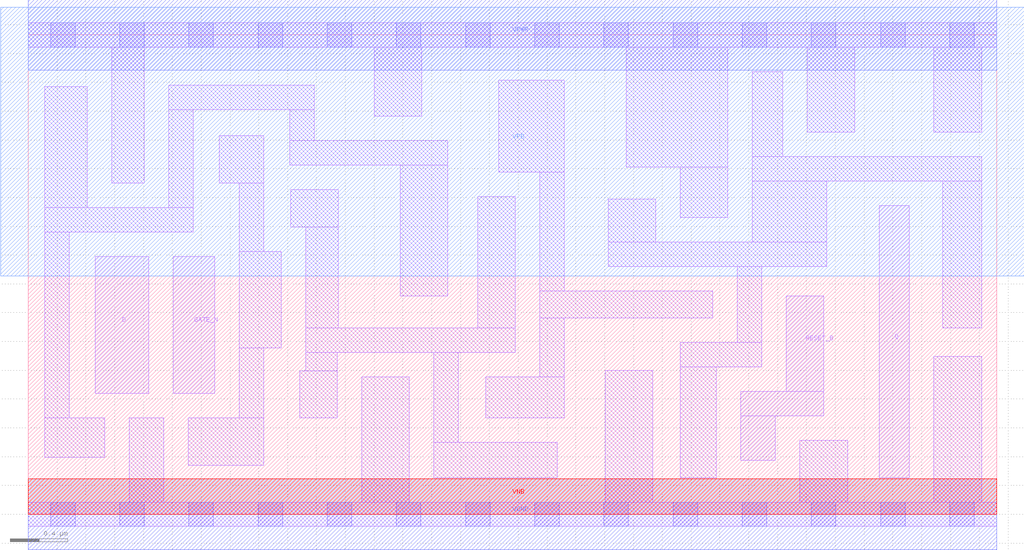
<source format=lef>
# Copyright 2020 The SkyWater PDK Authors
#
# Licensed under the Apache License, Version 2.0 (the "License");
# you may not use this file except in compliance with the License.
# You may obtain a copy of the License at
#
#     https://www.apache.org/licenses/LICENSE-2.0
#
# Unless required by applicable law or agreed to in writing, software
# distributed under the License is distributed on an "AS IS" BASIS,
# WITHOUT WARRANTIES OR CONDITIONS OF ANY KIND, either express or implied.
# See the License for the specific language governing permissions and
# limitations under the License.
#
# SPDX-License-Identifier: Apache-2.0

VERSION 5.7 ;
  NOWIREEXTENSIONATPIN ON ;
  DIVIDERCHAR "/" ;
  BUSBITCHARS "[]" ;
MACRO sky130_fd_sc_lp__dlrtn_2
  CLASS CORE ;
  FOREIGN sky130_fd_sc_lp__dlrtn_2 ;
  ORIGIN  0.000000  0.000000 ;
  SIZE  6.720000 BY  3.330000 ;
  SYMMETRY X Y R90 ;
  SITE unit ;
  PIN D
    ANTENNAGATEAREA  0.159000 ;
    DIRECTION INPUT ;
    USE SIGNAL ;
    PORT
      LAYER li1 ;
        RECT 0.465000 0.840000 0.835000 1.790000 ;
    END
  END D
  PIN Q
    ANTENNADIFFAREA  0.588000 ;
    DIRECTION OUTPUT ;
    USE SIGNAL ;
    PORT
      LAYER li1 ;
        RECT 5.905000 0.255000 6.115000 2.145000 ;
    END
  END Q
  PIN RESET_B
    ANTENNAGATEAREA  0.315000 ;
    DIRECTION INPUT ;
    USE SIGNAL ;
    PORT
      LAYER li1 ;
        RECT 4.945000 0.375000 5.185000 0.685000 ;
        RECT 4.945000 0.685000 5.520000 0.855000 ;
        RECT 5.260000 0.855000 5.520000 1.515000 ;
    END
  END RESET_B
  PIN GATE_N
    ANTENNAGATEAREA  0.159000 ;
    DIRECTION INPUT ;
    USE CLOCK ;
    PORT
      LAYER li1 ;
        RECT 1.005000 0.840000 1.295000 1.790000 ;
    END
  END GATE_N
  PIN VGND
    DIRECTION INOUT ;
    USE GROUND ;
    PORT
      LAYER met1 ;
        RECT 0.000000 -0.245000 6.720000 0.245000 ;
    END
  END VGND
  PIN VNB
    DIRECTION INOUT ;
    USE GROUND ;
    PORT
      LAYER pwell ;
        RECT 0.000000 0.000000 6.720000 0.245000 ;
    END
  END VNB
  PIN VPB
    DIRECTION INOUT ;
    USE POWER ;
    PORT
      LAYER nwell ;
        RECT -0.190000 1.655000 6.910000 3.520000 ;
    END
  END VPB
  PIN VPWR
    DIRECTION INOUT ;
    USE POWER ;
    PORT
      LAYER met1 ;
        RECT 0.000000 3.085000 6.720000 3.575000 ;
    END
  END VPWR
  OBS
    LAYER li1 ;
      RECT 0.000000 -0.085000 6.720000 0.085000 ;
      RECT 0.000000  3.245000 6.720000 3.415000 ;
      RECT 0.115000  0.395000 0.530000 0.670000 ;
      RECT 0.115000  0.670000 0.285000 1.960000 ;
      RECT 0.115000  1.960000 1.145000 2.130000 ;
      RECT 0.115000  2.130000 0.410000 2.970000 ;
      RECT 0.580000  2.300000 0.805000 3.245000 ;
      RECT 0.700000  0.085000 0.940000 0.670000 ;
      RECT 0.975000  2.130000 1.145000 2.810000 ;
      RECT 0.975000  2.810000 1.985000 2.980000 ;
      RECT 1.110000  0.340000 1.635000 0.670000 ;
      RECT 1.325000  2.300000 1.635000 2.630000 ;
      RECT 1.465000  0.670000 1.635000 1.155000 ;
      RECT 1.465000  1.155000 1.755000 1.825000 ;
      RECT 1.465000  1.825000 1.635000 2.300000 ;
      RECT 1.815000  2.425000 2.910000 2.595000 ;
      RECT 1.815000  2.595000 1.985000 2.810000 ;
      RECT 1.820000  1.995000 2.150000 2.255000 ;
      RECT 1.885000  0.670000 2.145000 0.995000 ;
      RECT 1.925000  0.995000 2.145000 1.125000 ;
      RECT 1.925000  1.125000 3.380000 1.295000 ;
      RECT 1.925000  1.295000 2.150000 1.995000 ;
      RECT 2.315000  0.085000 2.645000 0.955000 ;
      RECT 2.400000  2.765000 2.730000 3.245000 ;
      RECT 2.580000  1.515000 2.910000 2.425000 ;
      RECT 2.815000  0.255000 3.670000 0.500000 ;
      RECT 2.815000  0.500000 2.985000 1.125000 ;
      RECT 3.120000  1.295000 3.380000 2.205000 ;
      RECT 3.175000  0.670000 3.720000 0.955000 ;
      RECT 3.265000  2.375000 3.720000 3.015000 ;
      RECT 3.550000  0.955000 3.720000 1.365000 ;
      RECT 3.550000  1.365000 4.750000 1.550000 ;
      RECT 3.550000  1.550000 3.720000 2.375000 ;
      RECT 4.005000  0.085000 4.335000 1.000000 ;
      RECT 4.025000  1.720000 5.540000 1.890000 ;
      RECT 4.025000  1.890000 4.355000 2.190000 ;
      RECT 4.150000  2.410000 4.855000 3.245000 ;
      RECT 4.525000  0.255000 4.775000 1.025000 ;
      RECT 4.525000  1.025000 5.090000 1.195000 ;
      RECT 4.525000  2.060000 4.855000 2.410000 ;
      RECT 4.920000  1.195000 5.090000 1.720000 ;
      RECT 5.025000  1.890000 5.540000 2.315000 ;
      RECT 5.025000  2.315000 6.615000 2.485000 ;
      RECT 5.025000  2.485000 5.235000 3.075000 ;
      RECT 5.355000  0.085000 5.685000 0.515000 ;
      RECT 5.405000  2.655000 5.735000 3.245000 ;
      RECT 6.285000  0.085000 6.615000 1.095000 ;
      RECT 6.285000  2.655000 6.615000 3.245000 ;
      RECT 6.345000  1.295000 6.615000 2.315000 ;
    LAYER mcon ;
      RECT 0.155000 -0.085000 0.325000 0.085000 ;
      RECT 0.155000  3.245000 0.325000 3.415000 ;
      RECT 0.635000 -0.085000 0.805000 0.085000 ;
      RECT 0.635000  3.245000 0.805000 3.415000 ;
      RECT 1.115000 -0.085000 1.285000 0.085000 ;
      RECT 1.115000  3.245000 1.285000 3.415000 ;
      RECT 1.595000 -0.085000 1.765000 0.085000 ;
      RECT 1.595000  3.245000 1.765000 3.415000 ;
      RECT 2.075000 -0.085000 2.245000 0.085000 ;
      RECT 2.075000  3.245000 2.245000 3.415000 ;
      RECT 2.555000 -0.085000 2.725000 0.085000 ;
      RECT 2.555000  3.245000 2.725000 3.415000 ;
      RECT 3.035000 -0.085000 3.205000 0.085000 ;
      RECT 3.035000  3.245000 3.205000 3.415000 ;
      RECT 3.515000 -0.085000 3.685000 0.085000 ;
      RECT 3.515000  3.245000 3.685000 3.415000 ;
      RECT 3.995000 -0.085000 4.165000 0.085000 ;
      RECT 3.995000  3.245000 4.165000 3.415000 ;
      RECT 4.475000 -0.085000 4.645000 0.085000 ;
      RECT 4.475000  3.245000 4.645000 3.415000 ;
      RECT 4.955000 -0.085000 5.125000 0.085000 ;
      RECT 4.955000  3.245000 5.125000 3.415000 ;
      RECT 5.435000 -0.085000 5.605000 0.085000 ;
      RECT 5.435000  3.245000 5.605000 3.415000 ;
      RECT 5.915000 -0.085000 6.085000 0.085000 ;
      RECT 5.915000  3.245000 6.085000 3.415000 ;
      RECT 6.395000 -0.085000 6.565000 0.085000 ;
      RECT 6.395000  3.245000 6.565000 3.415000 ;
  END
END sky130_fd_sc_lp__dlrtn_2
END LIBRARY

</source>
